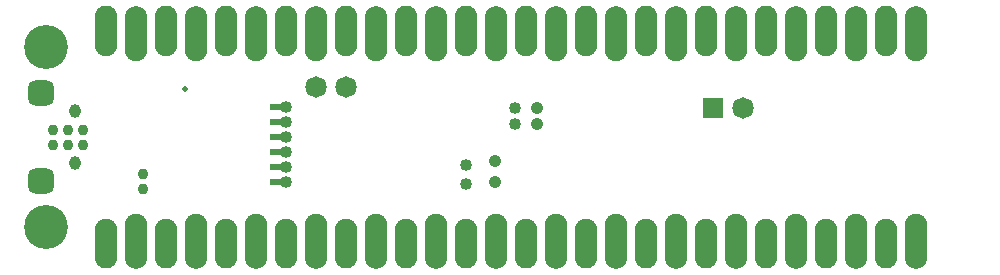
<source format=gbs>
G04*
G04 #@! TF.GenerationSoftware,Altium Limited,Altium Designer,20.1.11 (218)*
G04*
G04 Layer_Color=16711935*
%FSLAX43Y43*%
%MOMM*%
G71*
G04*
G04 #@! TF.SameCoordinates,BD5628E5-7E1B-49FB-A763-C87F1538D8A8*
G04*
G04*
G04 #@! TF.FilePolarity,Negative*
G04*
G01*
G75*
%ADD54R,1.325X0.500*%
%ADD59R,0.770X0.620*%
%ADD85C,1.820*%
%ADD86C,1.020*%
%ADD88C,1.902*%
G04:AMPARAMS|DCode=90|XSize=2.12mm|YSize=2.22mm|CornerRadius=0.58mm|HoleSize=0mm|Usage=FLASHONLY|Rotation=90.000|XOffset=0mm|YOffset=0mm|HoleType=Round|Shape=RoundedRectangle|*
%AMROUNDEDRECTD90*
21,1,2.120,1.060,0,0,90.0*
21,1,0.960,2.220,0,0,90.0*
1,1,1.160,0.530,0.480*
1,1,1.160,0.530,-0.480*
1,1,1.160,-0.530,-0.480*
1,1,1.160,-0.530,0.480*
%
%ADD90ROUNDEDRECTD90*%
G04:AMPARAMS|DCode=91|XSize=1.17mm|YSize=0.96mm|CornerRadius=0.48mm|HoleSize=0mm|Usage=FLASHONLY|Rotation=270.000|XOffset=0mm|YOffset=0mm|HoleType=Round|Shape=RoundedRectangle|*
%AMROUNDEDRECTD91*
21,1,1.170,0.000,0,0,270.0*
21,1,0.210,0.960,0,0,270.0*
1,1,0.960,0.000,-0.105*
1,1,0.960,0.000,0.105*
1,1,0.960,0.000,0.105*
1,1,0.960,0.000,-0.105*
%
%ADD91ROUNDEDRECTD91*%
%ADD92R,1.820X1.820*%
%ADD93C,3.720*%
%ADD94C,0.120*%
%ADD95C,0.500*%
%ADD130C,1.050*%
%ADD131C,0.920*%
%ADD132C,0.920*%
%ADD133O,1.902X4.137*%
%ADD134O,1.902X4.543*%
D54*
X22198Y7620D02*
D03*
Y6350D02*
D03*
Y8890D02*
D03*
Y10160D02*
D03*
Y11430D02*
D03*
Y12700D02*
D03*
D59*
X21860Y7620D02*
D03*
Y6350D02*
D03*
Y8890D02*
D03*
Y10160D02*
D03*
Y11430D02*
D03*
Y12700D02*
D03*
D85*
X25400Y14402D02*
D03*
X27940D02*
D03*
X61548Y12617D02*
D03*
D86*
X38125Y6200D02*
D03*
X42240Y12666D02*
D03*
X42253Y11272D02*
D03*
X22860Y7620D02*
D03*
Y6350D02*
D03*
Y8890D02*
D03*
Y10160D02*
D03*
Y11430D02*
D03*
Y12700D02*
D03*
X38094Y7803D02*
D03*
D88*
X7620Y17983D02*
D03*
X15240Y17577D02*
D03*
X76200Y2743D02*
D03*
X10160D02*
D03*
X7620Y2337D02*
D03*
X20320Y17577D02*
D03*
X22860Y17983D02*
D03*
X17780D02*
D03*
X25400Y17577D02*
D03*
X27940Y17983D02*
D03*
X30480Y17577D02*
D03*
X33020Y17983D02*
D03*
X35560Y17577D02*
D03*
X38100Y17983D02*
D03*
X40640Y17577D02*
D03*
X43180Y17983D02*
D03*
X45720Y17577D02*
D03*
X48260Y17983D02*
D03*
X50800Y17577D02*
D03*
X53340Y17983D02*
D03*
X55880Y17577D02*
D03*
X58420Y17983D02*
D03*
X60960Y17577D02*
D03*
X63500Y17983D02*
D03*
X66040Y17577D02*
D03*
X68580Y17983D02*
D03*
X71120Y17577D02*
D03*
X73660Y17983D02*
D03*
X76200Y17577D02*
D03*
X12700Y2337D02*
D03*
X15240Y2743D02*
D03*
X17780Y2337D02*
D03*
X20320Y2743D02*
D03*
X22860Y2337D02*
D03*
X25400Y2743D02*
D03*
X27940Y2337D02*
D03*
X30480Y2743D02*
D03*
X33020Y2337D02*
D03*
X35560Y2743D02*
D03*
X38100Y2337D02*
D03*
X40640Y2743D02*
D03*
X43180Y2337D02*
D03*
X45720Y2743D02*
D03*
X48260Y2337D02*
D03*
X50800Y2743D02*
D03*
X53340Y2337D02*
D03*
X55880Y2743D02*
D03*
X58420Y2337D02*
D03*
X60960Y2743D02*
D03*
X63500Y2337D02*
D03*
X71120Y2743D02*
D03*
X68580Y2337D02*
D03*
X66040Y2743D02*
D03*
X73660Y2337D02*
D03*
X12700Y17983D02*
D03*
X10160Y17577D02*
D03*
D90*
X2150Y13898D02*
D03*
Y6423D02*
D03*
D91*
X5050Y7935D02*
D03*
Y12385D02*
D03*
D92*
X59008Y12617D02*
D03*
D93*
X2540Y2540D02*
D03*
Y17780D02*
D03*
D94*
X81280Y2540D02*
D03*
Y17780D02*
D03*
D95*
X14365Y14225D02*
D03*
D130*
X40550Y6381D02*
D03*
X44125Y12675D02*
D03*
Y11275D02*
D03*
X40550Y8126D02*
D03*
D131*
X3190Y10795D02*
D03*
Y9525D02*
D03*
X4460Y10795D02*
D03*
Y9525D02*
D03*
X5730Y10795D02*
D03*
Y9525D02*
D03*
D132*
X10810Y5777D02*
D03*
X10810Y7047D02*
D03*
D133*
X7620Y19202D02*
D03*
X22860D02*
D03*
X17780D02*
D03*
X27940D02*
D03*
X33020D02*
D03*
X38100D02*
D03*
X43180D02*
D03*
X48260D02*
D03*
X53340D02*
D03*
X58420D02*
D03*
X63500D02*
D03*
X68580D02*
D03*
X73660D02*
D03*
X7620Y1118D02*
D03*
X12700D02*
D03*
X17780D02*
D03*
X22860D02*
D03*
X27940D02*
D03*
X33020D02*
D03*
X38100D02*
D03*
X43180D02*
D03*
X48260D02*
D03*
X53340D02*
D03*
X58420D02*
D03*
X63500D02*
D03*
X68580D02*
D03*
X73660D02*
D03*
X12700Y19202D02*
D03*
D134*
X15240Y18999D02*
D03*
X76200Y1321D02*
D03*
X20320Y18999D02*
D03*
X25400D02*
D03*
X30480D02*
D03*
X35560D02*
D03*
X40640D02*
D03*
X45720D02*
D03*
X50800D02*
D03*
X55880D02*
D03*
X60960D02*
D03*
X66040D02*
D03*
X71120D02*
D03*
X76200D02*
D03*
X10160Y1321D02*
D03*
X15240D02*
D03*
X20320D02*
D03*
X25400D02*
D03*
X30480D02*
D03*
X35560D02*
D03*
X40640D02*
D03*
X45720D02*
D03*
X50800D02*
D03*
X55880D02*
D03*
X60960D02*
D03*
X71120D02*
D03*
X66040D02*
D03*
X10160Y18999D02*
D03*
M02*

</source>
